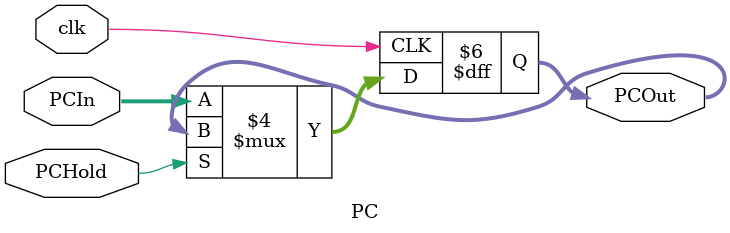
<source format=v>
`ifndef MODULE_PC
`define MODULE_PC
`timescale 1ns / 1ps


module PC(PCIn, PCOut, PCHold, clk);
    input [31:0]PCIn;
    input PCHold;
    input clk;
    output [31:0]PCOut;
    reg [31:0]PCOut;
    
    initial PCOut <= 0;
    
    always@(posedge clk)
    begin
        if(PCHold == 0) PCOut <= PCIn;
    end    

endmodule
`endif
</source>
